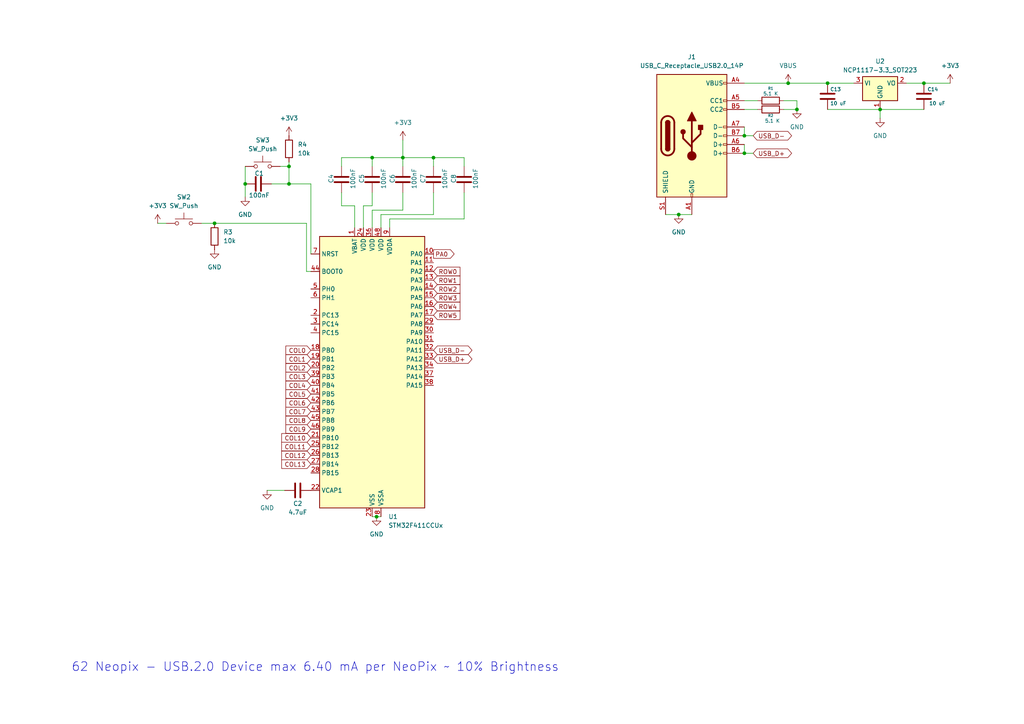
<source format=kicad_sch>
(kicad_sch (version 20250114) (generator "eeschema") (generator_version "9.0")
  (paper "A4")
  (lib_symbols
    (symbol "Connector:USB_C_Receptacle_USB2.0_14P" (pin_names (offset 1.016))
      (property "Reference" "J" (at 0 22.225 0))
      (property "Value" "USB_C_Receptacle_USB2.0_14P" (at 0 19.685 0))
      (symbol "USB_C_Receptacle_USB2.0_14P_0_0"
        (rectangle (start -0.254 -17.78) (end 0.254 -16.764))
        (rectangle (start 10.16 15.494) (end 9.144 14.986))
        (rectangle (start 10.16 10.414) (end 9.144 9.906))
        (rectangle (start 10.16 7.874) (end 9.144 7.366))
        (rectangle (start 10.16 2.794) (end 9.144 2.286))
        (rectangle (start 10.16 0.254) (end 9.144 -0.254))
        (rectangle (start 10.16 -2.286) (end 9.144 -2.794))
        (rectangle (start 10.16 -4.826) (end 9.144 -5.334))
      )
      (symbol "USB_C_Receptacle_USB2.0_14P_0_1"
        (rectangle (start -10.16 17.78) (end 10.16 -17.78) (stroke (width 0.254)) (fill (type background)))
        (polyline (pts (xy -8.89 -3.81) (xy -8.89 3.81)) (stroke (width 0.508)))
        (rectangle (start -7.62 -3.81) (end -6.35 3.81) (stroke (width 0.254)) (fill (type outline)))
        (arc (start -7.62 3.81) (mid -6.985 4.4423) (end -6.35 3.81) (stroke (width 0.254)))
        (arc (start -7.62 3.81) (mid -6.985 4.4423) (end -6.35 3.81) (stroke (width 0.254)) (fill (type outline)))
        (arc (start -8.89 3.81) (mid -6.985 5.7067) (end -5.08 3.81) (stroke (width 0.508)))
        (arc (start -5.08 -3.81) (mid -6.985 -5.7067) (end -8.89 -3.81) (stroke (width 0.508)))
        (arc (start -6.35 -3.81) (mid -6.985 -4.4423) (end -7.62 -3.81) (stroke (width 0.254)))
        (arc (start -6.35 -3.81) (mid -6.985 -4.4423) (end -7.62 -3.81) (stroke (width 0.254)) (fill (type outline)))
        (polyline (pts (xy -5.08 3.81) (xy -5.08 -3.81)) (stroke (width 0.508)))
        (circle (center -2.54 1.143) (radius 0.635) (stroke (width 0.254)) (fill (type outline)))
        (polyline (pts (xy -1.27 4.318) (xy 0 6.858) (xy 1.27 4.318) (xy -1.27 4.318)) (stroke (width 0.254)) (fill (type outline)))
        (polyline (pts (xy 0 -2.032) (xy 2.54 0.508) (xy 2.54 1.778)) (stroke (width 0.508)))
        (polyline (pts (xy 0 -3.302) (xy -2.54 -0.762) (xy -2.54 0.508)) (stroke (width 0.508)))
        (polyline (pts (xy 0 -5.842) (xy 0 4.318)) (stroke (width 0.508)))
        (circle (center 0 -5.842) (radius 1.27) (fill (type outline)))
        (rectangle (start 1.905 1.778) (end 3.175 3.048) (stroke (width 0.254)) (fill (type outline)))
      )
      (symbol "USB_C_Receptacle_USB2.0_14P_1_1"
        (pin passive line (at -7.62 -22.86 90) (length 5.08) (name "SHIELD") (number "S1"))
        (pin passive line (at 0 -22.86 90) (length 5.08) (name "GND") (number "A1"))
        (pin passive line (at 0 -22.86 90) (length 5.08) (hide yes) (name "GND") (number "A12"))
        (pin passive line (at 0 -22.86 90) (length 5.08) (hide yes) (name "GND") (number "B1"))
        (pin passive line (at 0 -22.86 90) (length 5.08) (hide yes) (name "GND") (number "B12"))
        (pin passive line (at 15.24 15.24 180) (length 5.08) (name "VBUS") (number "A4"))
        (pin passive line (at 15.24 15.24 180) (length 5.08) (hide yes) (name "VBUS") (number "A9"))
        (pin passive line (at 15.24 15.24 180) (length 5.08) (hide yes) (name "VBUS") (number "B4"))
        (pin passive line (at 15.24 15.24 180) (length 5.08) (hide yes) (name "VBUS") (number "B9"))
        (pin bidirectional line (at 15.24 10.16 180) (length 5.08) (name "CC1") (number "A5"))
        (pin bidirectional line (at 15.24 7.62 180) (length 5.08) (name "CC2") (number "B5"))
        (pin bidirectional line (at 15.24 2.54 180) (length 5.08) (name "D-") (number "A7"))
        (pin bidirectional line (at 15.24 0 180) (length 5.08) (name "D-") (number "B7"))
        (pin bidirectional line (at 15.24 -2.54 180) (length 5.08) (name "D+") (number "A6"))
        (pin bidirectional line (at 15.24 -5.08 180) (length 5.08) (name "D+") (number "B6"))
      )
    )
    (symbol "Device:C" (pin_numbers (hide yes)) (pin_names (offset 0.254))
      (property "Reference" "C" (at 0.635 2.54 0))
      (property "Value" "C" (at 0.635 -2.54 0))
      (symbol "C_0_1"
        (polyline (pts (xy -2.032 0.762) (xy 2.032 0.762)) (stroke (width 0.508)))
        (polyline (pts (xy -2.032 -0.762) (xy 2.032 -0.762)) (stroke (width 0.508)))
      )
      (symbol "C_1_1"
        (pin passive line (at 0 3.81 270) (length 2.794) (name "~") (number "1"))
        (pin passive line (at 0 -3.81 90) (length 2.794) (name "~") (number "2"))
      )
    )
    (symbol "Device:R" (pin_numbers (hide yes)) (pin_names (offset 0))
      (property "Reference" "R" (at 2.032 0 90))
      (property "Value" "R" (at 0 0 90))
      (symbol "R_0_1"
        (rectangle (start -1.016 -2.54) (end 1.016 2.54) (stroke (width 0.254)))
      )
      (symbol "R_1_1"
        (pin passive line (at 0 3.81 270) (length 1.27) (name "~") (number "1"))
        (pin passive line (at 0 -3.81 90) (length 1.27) (name "~") (number "2"))
      )
    )
    (symbol "MCU_ST_STM32F4:STM32F411CCUx"
      (property "Reference" "U" (at -15.24 41.91 0))
      (property "Value" "STM32F411CCUx" (at 7.62 41.91 0))
      (symbol "STM32F411CCUx_0_1"
        (rectangle (start -15.24 -38.1) (end 15.24 40.64) (stroke (width 0.254)) (fill (type background)))
      )
      (symbol "STM32F411CCUx_1_1"
        (pin input line (at -17.78 35.56 0) (length 2.54) (name "NRST") (number "7"))
        (pin input line (at -17.78 30.48 0) (length 2.54) (name "BOOT0") (number "44"))
        (pin bidirectional line (at -17.78 25.4 0) (length 2.54) (name "PH0") (number "5"))
        (pin bidirectional line (at -17.78 22.86 0) (length 2.54) (name "PH1") (number "6"))
        (pin bidirectional line (at -17.78 17.78 0) (length 2.54) (name "PC13") (number "2"))
        (pin bidirectional line (at -17.78 15.24 0) (length 2.54) (name "PC14") (number "3"))
        (pin bidirectional line (at -17.78 12.7 0) (length 2.54) (name "PC15") (number "4"))
        (pin bidirectional line (at -17.78 7.62 0) (length 2.54) (name "PB0") (number "18"))
        (pin bidirectional line (at -17.78 5.08 0) (length 2.54) (name "PB1") (number "19"))
        (pin bidirectional line (at -17.78 2.54 0) (length 2.54) (name "PB2") (number "20"))
        (pin bidirectional line (at -17.78 0 0) (length 2.54) (name "PB3") (number "39"))
        (pin bidirectional line (at -17.78 -2.54 0) (length 2.54) (name "PB4") (number "40"))
        (pin bidirectional line (at -17.78 -5.08 0) (length 2.54) (name "PB5") (number "41"))
        (pin bidirectional line (at -17.78 -7.62 0) (length 2.54) (name "PB6") (number "42"))
        (pin bidirectional line (at -17.78 -10.16 0) (length 2.54) (name "PB7") (number "43"))
        (pin bidirectional line (at -17.78 -12.7 0) (length 2.54) (name "PB8") (number "45"))
        (pin bidirectional line (at -17.78 -15.24 0) (length 2.54) (name "PB9") (number "46"))
        (pin bidirectional line (at -17.78 -17.78 0) (length 2.54) (name "PB10") (number "21"))
        (pin bidirectional line (at -17.78 -20.32 0) (length 2.54) (name "PB12") (number "25"))
        (pin bidirectional line (at -17.78 -22.86 0) (length 2.54) (name "PB13") (number "26"))
        (pin bidirectional line (at -17.78 -25.4 0) (length 2.54) (name "PB14") (number "27"))
        (pin bidirectional line (at -17.78 -27.94 0) (length 2.54) (name "PB15") (number "28"))
        (pin power_out line (at -17.78 -33.02 0) (length 2.54) (name "VCAP1") (number "22"))
        (pin power_in line (at -5.08 43.18 270) (length 2.54) (name "VBAT") (number "1"))
        (pin power_in line (at -2.54 43.18 270) (length 2.54) (name "VDD") (number "24"))
        (pin power_in line (at 0 43.18 270) (length 2.54) (name "VDD") (number "36"))
        (pin power_in line (at 0 -40.64 90) (length 2.54) (name "VSS") (number "23"))
        (pin passive line (at 0 -40.64 90) (length 2.54) (hide yes) (name "VSS") (number "35"))
        (pin passive line (at 0 -40.64 90) (length 2.54) (hide yes) (name "VSS") (number "47"))
        (pin passive line (at 0 -40.64 90) (length 2.54) (hide yes) (name "VSS") (number "49"))
        (pin power_in line (at 2.54 43.18 270) (length 2.54) (name "VDD") (number "48"))
        (pin power_in line (at 2.54 -40.64 90) (length 2.54) (name "VSSA") (number "8"))
        (pin power_in line (at 5.08 43.18 270) (length 2.54) (name "VDDA") (number "9"))
        (pin bidirectional line (at 17.78 35.56 180) (length 2.54) (name "PA0") (number "10"))
        (pin bidirectional line (at 17.78 33.02 180) (length 2.54) (name "PA1") (number "11"))
        (pin bidirectional line (at 17.78 30.48 180) (length 2.54) (name "PA2") (number "12"))
        (pin bidirectional line (at 17.78 27.94 180) (length 2.54) (name "PA3") (number "13"))
        (pin bidirectional line (at 17.78 25.4 180) (length 2.54) (name "PA4") (number "14"))
        (pin bidirectional line (at 17.78 22.86 180) (length 2.54) (name "PA5") (number "15"))
        (pin bidirectional line (at 17.78 20.32 180) (length 2.54) (name "PA6") (number "16"))
        (pin bidirectional line (at 17.78 17.78 180) (length 2.54) (name "PA7") (number "17"))
        (pin bidirectional line (at 17.78 15.24 180) (length 2.54) (name "PA8") (number "29"))
        (pin bidirectional line (at 17.78 12.7 180) (length 2.54) (name "PA9") (number "30"))
        (pin bidirectional line (at 17.78 10.16 180) (length 2.54) (name "PA10") (number "31"))
        (pin bidirectional line (at 17.78 7.62 180) (length 2.54) (name "PA11") (number "32"))
        (pin bidirectional line (at 17.78 5.08 180) (length 2.54) (name "PA12") (number "33"))
        (pin bidirectional line (at 17.78 2.54 180) (length 2.54) (name "PA13") (number "34"))
        (pin bidirectional line (at 17.78 0 180) (length 2.54) (name "PA14") (number "37"))
        (pin bidirectional line (at 17.78 -2.54 180) (length 2.54) (name "PA15") (number "38"))
      )
    )
    (symbol "Regulator_Linear:NCP1117-3.3_SOT223"
      (property "Reference" "U" (at -3.81 3.175 0))
      (property "Value" "NCP1117-3.3_SOT223" (at 0 3.175 0))
      (symbol "NCP1117-3.3_SOT223_0_1"
        (rectangle (start -5.08 -5.08) (end 5.08 1.905) (stroke (width 0.254)) (fill (type background)))
      )
      (symbol "NCP1117-3.3_SOT223_1_1"
        (pin power_in line (at -7.62 0 0) (length 2.54) (name "VI") (number "3"))
        (pin power_in line (at 0 -7.62 90) (length 2.54) (name "GND") (number "1"))
        (pin power_out line (at 7.62 0 180) (length 2.54) (name "VO") (number "2"))
      )
    )
    (symbol "Switch:SW_Push" (pin_numbers (hide yes)) (pin_names (offset 1.016) (hide yes))
      (property "Reference" "SW" (at 1.27 2.54 0))
      (property "Value" "SW_Push" (at 0 -1.524 0))
      (symbol "SW_Push_0_1"
        (circle (center -2.032 0) (radius 0.508))
        (polyline (pts (xy 0 1.27) (xy 0 3.048)))
        (circle (center 2.032 0) (radius 0.508))
        (polyline (pts (xy 2.54 1.27) (xy -2.54 1.27)))
        (pin passive line (at -5.08 0 0) (length 2.54) (name "1") (number "1"))
        (pin passive line (at 5.08 0 180) (length 2.54) (name "2") (number "2"))
      )
    )
    (symbol "power:+3V3" (power) (pin_numbers (hide yes)) (pin_names (offset 0) (hide yes))
      (property "Value" "+3V3" (at 0 3.556 0))
      (symbol "+3V3_0_1"
        (polyline (pts (xy -0.762 1.27) (xy 0 2.54)))
        (polyline (pts (xy 0 2.54) (xy 0.762 1.27)))
        (polyline (pts (xy 0 0) (xy 0 2.54)))
      )
      (symbol "+3V3_1_1"
        (pin power_in line (at 0 0 90) (length 0) (name "~") (number "1"))
      )
    )
    (symbol "power:GND" (power) (pin_numbers (hide yes)) (pin_names (offset 0) (hide yes))
      (property "Value" "GND" (at 0 -3.81 0))
      (symbol "GND_0_1"
        (polyline (pts (xy 0 0) (xy 0 -1.27) (xy 1.27 -1.27) (xy 0 -2.54) (xy -1.27 -1.27) (xy 0 -1.27)))
      )
      (symbol "GND_1_1"
        (pin power_in line (at 0 0 270) (length 0) (name "~") (number "1"))
      )
    )
    (symbol "power:VBUS" (power) (pin_numbers (hide yes)) (pin_names (offset 0) (hide yes))
      (property "Value" "VBUS" (at 0 3.556 0))
      (symbol "VBUS_0_1"
        (polyline (pts (xy -0.762 1.27) (xy 0 2.54)))
        (polyline (pts (xy 0 2.54) (xy 0.762 1.27)))
        (polyline (pts (xy 0 0) (xy 0 2.54)))
      )
      (symbol "VBUS_1_1"
        (pin power_in line (at 0 0 90) (length 0) (name "~") (number "1"))
      )
    )
  )
  (text "62 Neopix - USB.2.0 Device max 6.40 mA per NeoPix ~ 10% Brightness\n" (at 91.44 193.548 0) (effects (font (size 2.54 2.54))))
  (junction (at 231.14 31.75))
  (junction (at 196.85 62.23))
  (junction (at 62.23 64.77))
  (junction (at 109.22 149.86))
  (junction (at 116.84 45.72))
  (junction (at 125.73 45.72))
  (junction (at 83.82 48.26))
  (junction (at 83.82 53.34))
  (junction (at 215.9 39.37))
  (junction (at 215.9 44.45))
  (junction (at 240.03 24.13))
  (junction (at 267.97 24.13))
  (junction (at 107.95 45.72))
  (junction (at 255.27 31.75))
  (junction (at 71.12 53.34))
  (junction (at 228.6 24.13))
  (wire (pts (xy 81.28 48.26) (xy 83.82 48.26)))
  (wire (pts (xy 215.9 41.91) (xy 215.9 44.45)))
  (wire (pts (xy 215.9 31.75) (xy 219.71 31.75)))
  (wire (pts (xy 107.95 45.72) (xy 107.95 48.26)))
  (wire (pts (xy 240.03 31.75) (xy 255.27 31.75)))
  (wire (pts (xy 107.95 59.69) (xy 107.95 55.88)))
  (wire (pts (xy 107.95 66.04) (xy 107.95 60.96)))
  (wire (pts (xy 107.95 149.86) (xy 109.22 149.86)))
  (wire (pts (xy 99.06 45.72) (xy 107.95 45.72)))
  (wire (pts (xy 228.6 24.13) (xy 240.03 24.13)))
  (wire (pts (xy 255.27 34.29) (xy 255.27 31.75)))
  (wire (pts (xy 105.41 59.69) (xy 107.95 59.69)))
  (wire (pts (xy 102.87 66.04) (xy 102.87 59.69)))
  (wire (pts (xy 62.23 64.77) (xy 88.9 64.77)))
  (wire (pts (xy 134.62 63.5) (xy 134.62 55.88)))
  (wire (pts (xy 215.9 36.83) (xy 215.9 39.37)))
  (wire (pts (xy 58.42 64.77) (xy 62.23 64.77)))
  (wire (pts (xy 83.82 48.26) (xy 83.82 53.34)))
  (wire (pts (xy 110.49 66.04) (xy 110.49 62.23)))
  (wire (pts (xy 113.03 63.5) (xy 134.62 63.5)))
  (wire (pts (xy 116.84 60.96) (xy 116.84 55.88)))
  (wire (pts (xy 113.03 66.04) (xy 113.03 63.5)))
  (wire (pts (xy 196.85 62.23) (xy 200.66 62.23)))
  (wire (pts (xy 45.72 64.77) (xy 48.26 64.77)))
  (wire (pts (xy 193.04 62.23) (xy 196.85 62.23)))
  (wire (pts (xy 109.22 149.86) (xy 110.49 149.86)))
  (wire (pts (xy 83.82 53.34) (xy 90.17 53.34)))
  (wire (pts (xy 215.9 39.37) (xy 218.44 39.37)))
  (wire (pts (xy 262.89 24.13) (xy 267.97 24.13)))
  (wire (pts (xy 125.73 45.72) (xy 125.73 48.26)))
  (wire (pts (xy 125.73 62.23) (xy 125.73 55.88)))
  (wire (pts (xy 255.27 31.75) (xy 267.97 31.75)))
  (wire (pts (xy 227.33 29.21) (xy 231.14 29.21)))
  (wire (pts (xy 107.95 60.96) (xy 116.84 60.96)))
  (wire (pts (xy 116.84 45.72) (xy 125.73 45.72)))
  (wire (pts (xy 107.95 45.72) (xy 116.84 45.72)))
  (wire (pts (xy 71.12 57.15) (xy 71.12 53.34)))
  (wire (pts (xy 240.03 24.13) (xy 247.65 24.13)))
  (wire (pts (xy 99.06 48.26) (xy 99.06 45.72)))
  (wire (pts (xy 88.9 78.74) (xy 90.17 78.74)))
  (wire (pts (xy 90.17 53.34) (xy 90.17 73.66)))
  (wire (pts (xy 227.33 31.75) (xy 231.14 31.75)))
  (wire (pts (xy 77.47 142.24) (xy 82.55 142.24)))
  (wire (pts (xy 88.9 64.77) (xy 88.9 78.74)))
  (wire (pts (xy 110.49 62.23) (xy 125.73 62.23)))
  (wire (pts (xy 105.41 66.04) (xy 105.41 59.69)))
  (wire (pts (xy 215.9 29.21) (xy 219.71 29.21)))
  (wire (pts (xy 71.12 53.34) (xy 71.12 48.26)))
  (wire (pts (xy 116.84 45.72) (xy 116.84 48.26)))
  (wire (pts (xy 78.74 53.34) (xy 83.82 53.34)))
  (wire (pts (xy 102.87 59.69) (xy 99.06 59.69)))
  (wire (pts (xy 99.06 59.69) (xy 99.06 55.88)))
  (wire (pts (xy 125.73 45.72) (xy 134.62 45.72)))
  (wire (pts (xy 116.84 40.64) (xy 116.84 45.72)))
  (wire (pts (xy 83.82 46.99) (xy 83.82 48.26)))
  (wire (pts (xy 215.9 44.45) (xy 218.44 44.45)))
  (wire (pts (xy 267.97 24.13) (xy 275.59 24.13)))
  (wire (pts (xy 134.62 45.72) (xy 134.62 48.26)))
  (wire (pts (xy 215.9 24.13) (xy 228.6 24.13)))
  (wire (pts (xy 231.14 29.21) (xy 231.14 31.75)))
  (global_label "ROW4" (shape input) (at 125.73 88.9 0) (property "Intersheetrefs" "${INTERSHEET_REFS}" (effects (hide yes))))
  (global_label "USB_D+" (shape bidirectional) (at 125.73 104.14 0) (property "Intersheetrefs" "${INTERSHEET_REFS}" (effects (hide yes))))
  (global_label "COL11" (shape input) (at 90.17 129.54 180) (property "Intersheetrefs" "${INTERSHEET_REFS}" (effects (hide yes))))
  (global_label "USB_D-" (shape bidirectional) (at 125.73 101.6 0) (property "Intersheetrefs" "${INTERSHEET_REFS}" (effects (hide yes))))
  (global_label "USB_D+" (shape bidirectional) (at 218.44 44.45 0) (property "Intersheetrefs" "${INTERSHEET_REFS}" (effects (hide yes))))
  (global_label "COL2" (shape input) (at 90.17 106.68 180) (property "Intersheetrefs" "${INTERSHEET_REFS}" (effects (hide yes))))
  (global_label "PA0" (shape output) (at 125.73 73.66 0) (property "Intersheetrefs" "${INTERSHEET_REFS}" (effects (hide yes))))
  (global_label "USB_D-" (shape bidirectional) (at 218.44 39.37 0) (property "Intersheetrefs" "${INTERSHEET_REFS}" (effects (hide yes))))
  (global_label "COL9" (shape input) (at 90.17 124.46 180) (property "Intersheetrefs" "${INTERSHEET_REFS}" (effects (hide yes))))
  (global_label "COL13" (shape input) (at 90.17 134.62 180) (property "Intersheetrefs" "${INTERSHEET_REFS}" (effects (hide yes))))
  (global_label "ROW3" (shape input) (at 125.73 86.36 0) (property "Intersheetrefs" "${INTERSHEET_REFS}" (effects (hide yes))))
  (global_label "ROW5" (shape input) (at 125.73 91.44 0) (property "Intersheetrefs" "${INTERSHEET_REFS}" (effects (hide yes))))
  (global_label "ROW2" (shape input) (at 125.73 83.82 0) (property "Intersheetrefs" "${INTERSHEET_REFS}" (effects (hide yes))))
  (global_label "COL5" (shape input) (at 90.17 114.3 180) (property "Intersheetrefs" "${INTERSHEET_REFS}" (effects (hide yes))))
  (global_label "COL8" (shape input) (at 90.17 121.92 180) (property "Intersheetrefs" "${INTERSHEET_REFS}" (effects (hide yes))))
  (global_label "COL3" (shape input) (at 90.17 109.22 180) (property "Intersheetrefs" "${INTERSHEET_REFS}" (effects (hide yes))))
  (global_label "COL4" (shape input) (at 90.17 111.76 180) (property "Intersheetrefs" "${INTERSHEET_REFS}" (effects (hide yes))))
  (global_label "ROW1" (shape input) (at 125.73 81.28 0) (property "Intersheetrefs" "${INTERSHEET_REFS}" (effects (hide yes))))
  (global_label "COL10" (shape input) (at 90.17 127 180) (property "Intersheetrefs" "${INTERSHEET_REFS}" (effects (hide yes))))
  (global_label "ROW0" (shape input) (at 125.73 78.74 0) (property "Intersheetrefs" "${INTERSHEET_REFS}" (effects (hide yes))))
  (global_label "COL7" (shape input) (at 90.17 119.38 180) (property "Intersheetrefs" "${INTERSHEET_REFS}" (effects (hide yes))))
  (global_label "COL6" (shape input) (at 90.17 116.84 180) (property "Intersheetrefs" "${INTERSHEET_REFS}" (effects (hide yes))))
  (global_label "COL0" (shape input) (at 90.17 101.6 180) (property "Intersheetrefs" "${INTERSHEET_REFS}" (effects (hide yes))))
  (global_label "COL1" (shape input) (at 90.17 104.14 180) (property "Intersheetrefs" "${INTERSHEET_REFS}" (effects (hide yes))))
  (global_label "COL12" (shape input) (at 90.17 132.08 180) (property "Intersheetrefs" "${INTERSHEET_REFS}" (effects (hide yes))))
  (symbol (lib_id "power:GND") (at 231.14 31.75 0) (unit 1)
    (property "Reference" "#PWR09" (effects (hide yes)))
    (property "Value" "GND" (at 231.14 36.83 0))
    (property "Description" "Power symbol creates a global label with name \"GND\" , ground" (effects (hide yes)))
  )
  (symbol (lib_id "Device:R") (at 223.52 29.21 90) (unit 1)
    (property "Reference" "R1" (at 223.52 25.654 90) (effects (font (size 0.762 0.762))))
    (property "Value" "5.1 K" (at 223.52 27.178 90) (effects (font (size 1.016 1.016))))
    (property "Footprint" "Resistor_SMD:R_0402_1005Metric" (effects (hide yes)))
    (property "Description" "Resistor" (effects (hide yes)))
  )
  (symbol (lib_id "power:GND") (at 255.27 34.29 0) (unit 1)
    (property "Reference" "#PWR010" (effects (hide yes)))
    (property "Value" "GND" (at 255.27 39.37 0))
    (property "Description" "Power symbol creates a global label with name \"GND\" , ground" (effects (hide yes)))
  )
  (symbol (lib_id "Device:C") (at 99.06 52.07 180) (unit 1)
    (property "Reference" "C4" (at 96.012 51.816 90))
    (property "Value" "100nF" (at 102.362 51.816 90))
    (property "Footprint" "Capacitor_SMD:C_0603_1608Metric" (effects (hide yes)))
    (property "Description" "Unpolarized capacitor" (effects (hide yes)))
  )
  (symbol (lib_id "power:GND") (at 71.12 57.15 0) (unit 1)
    (property "Reference" "#PWR07" (effects (hide yes)))
    (property "Value" "GND" (at 71.12 62.23 0))
    (property "Description" "Power symbol creates a global label with name \"GND\" , ground" (effects (hide yes)))
  )
  (symbol (lib_id "Device:C") (at 125.73 52.07 180) (unit 1)
    (property "Reference" "C7" (at 122.682 51.816 90))
    (property "Value" "100nF" (at 129.032 51.816 90))
    (property "Footprint" "Capacitor_SMD:C_0603_1608Metric" (effects (hide yes)))
    (property "Description" "Unpolarized capacitor" (effects (hide yes)))
  )
  (symbol (lib_id "Device:R") (at 83.82 43.18 0) (unit 1)
    (property "Reference" "R4" (at 86.36 41.9099 0) (effects (justify left)))
    (property "Value" "10k" (at 86.36 44.4499 0) (effects (justify left)))
    (property "Footprint" "Resistor_SMD:R_0603_1608Metric" (effects (hide yes)))
    (property "Description" "Resistor" (effects (hide yes)))
  )
  (symbol (lib_id "Device:C") (at 74.93 53.34 90) (unit 1)
    (property "Reference" "C1" (at 75.184 50.292 90))
    (property "Value" "100nF" (at 75.184 56.642 90))
    (property "Footprint" "Capacitor_SMD:C_0603_1608Metric" (effects (hide yes)))
    (property "Description" "Unpolarized capacitor" (effects (hide yes)))
  )
  (symbol (lib_id "Device:R") (at 62.23 68.58 0) (unit 1)
    (property "Reference" "R3" (at 64.77 67.3099 0) (effects (justify left)))
    (property "Value" "10k" (at 64.77 69.8499 0) (effects (justify left)))
    (property "Footprint" "Resistor_SMD:R_0603_1608Metric" (effects (hide yes)))
    (property "Description" "Resistor" (effects (hide yes)))
  )
  (symbol (lib_id "Connector:USB_C_Receptacle_USB2.0_14P") (at 200.66 39.37 0) (unit 1)
    (property "Reference" "J1" (at 200.66 16.51 0))
    (property "Value" "USB_C_Receptacle_USB2.0_14P" (at 200.66 19.05 0))
    (property "Footprint" "Connector_USB:USB_C_Receptacle_HRO_TYPE-C-31-M-12" (effects (hide yes)))
    (property "Datasheet" "https://www.usb.org/sites/default/files/documents/usb_type-c.zip" (effects (hide yes)))
    (property "Description" "USB 2.0-only 14P Type-C Receptacle connector" (effects (hide yes)))
  )
  (symbol (lib_id "power:VBUS") (at 228.6 24.13 0) (unit 1)
    (property "Reference" "#PWR011" (effects (hide yes)))
    (property "Value" "VBUS" (at 228.6 19.05 0))
    (property "Description" "Power symbol creates a global label with name \"VBUS\"" (effects (hide yes)))
  )
  (symbol (lib_id "power:+3V3") (at 275.59 24.13 0) (unit 1)
    (property "Reference" "#PWR012" (effects (hide yes)))
    (property "Value" "+3V3" (at 275.59 19.05 0))
    (property "Description" "Power symbol creates a global label with name \"+3V3\"" (effects (hide yes)))
  )
  (symbol (lib_id "Regulator_Linear:NCP1117-3.3_SOT223") (at 255.27 24.13 0) (unit 1)
    (property "Reference" "U2" (at 255.27 17.78 0))
    (property "Value" "NCP1117-3.3_SOT223" (at 255.27 20.32 0))
    (property "Footprint" "Package_TO_SOT_SMD:SOT-223-3_TabPin2" (effects (hide yes)))
    (property "Datasheet" "http://www.onsemi.com/pub_link/Collateral/NCP1117-D.PDF" (effects (hide yes)))
    (property "Description" "1A Low drop-out regulator, Fixed Output 3.3V, SOT-223" (effects (hide yes)))
  )
  (symbol (lib_id "power:+3V3") (at 45.72 64.77 0) (unit 1)
    (property "Reference" "#PWR013" (effects (hide yes)))
    (property "Value" "+3V3" (at 45.72 59.69 0))
    (property "Description" "Power symbol creates a global label with name \"+3V3\"" (effects (hide yes)))
  )
  (symbol (lib_id "Switch:SW_Push") (at 76.2 48.26 0) (unit 1)
    (property "Reference" "SW3" (at 76.2 40.64 0))
    (property "Value" "SW_Push" (at 76.2 43.18 0))
    (property "Footprint" "JonasLib-Git:smd_switch_sunrom4388" (effects (hide yes)))
    (property "Description" "Push button switch, generic, two pins" (effects (hide yes)))
  )
  (symbol (lib_id "Device:R") (at 223.52 31.75 90) (unit 1)
    (property "Reference" "R2" (at 223.52 33.528 90) (effects (font (size 0.762 0.762))))
    (property "Value" "5.1 K" (at 224.028 35.052 90) (effects (font (size 1.016 1.016))))
    (property "Footprint" "Resistor_SMD:R_0402_1005Metric" (effects (hide yes)))
    (property "Description" "Resistor" (effects (hide yes)))
  )
  (symbol (lib_id "power:GND") (at 196.85 62.23 0) (unit 1)
    (property "Reference" "#PWR08" (effects (hide yes)))
    (property "Value" "GND" (at 196.85 67.31 0))
    (property "Description" "Power symbol creates a global label with name \"GND\" , ground" (effects (hide yes)))
  )
  (symbol (lib_id "Device:C") (at 134.62 52.07 180) (unit 1)
    (property "Reference" "C8" (at 131.572 51.816 90))
    (property "Value" "100nF" (at 137.922 51.816 90))
    (property "Footprint" "Capacitor_SMD:C_0603_1608Metric" (effects (hide yes)))
    (property "Description" "Unpolarized capacitor" (effects (hide yes)))
  )
  (symbol (lib_id "Switch:SW_Push") (at 53.34 64.77 0) (unit 1)
    (property "Reference" "SW2" (at 53.34 57.15 0))
    (property "Value" "SW_Push" (at 53.34 59.69 0))
    (property "Footprint" "JonasLib-Git:smd_switch_sunrom4388" (effects (hide yes)))
    (property "Description" "Push button switch, generic, two pins" (effects (hide yes)))
  )
  (symbol (lib_id "power:+3V3") (at 83.82 39.37 0) (unit 1)
    (property "Reference" "#PWR06" (effects (hide yes)))
    (property "Value" "+3V3" (at 83.82 34.29 0))
    (property "Description" "Power symbol creates a global label with name \"+3V3\"" (effects (hide yes)))
  )
  (symbol (lib_id "power:GND") (at 77.47 142.24 0) (unit 1)
    (property "Reference" "#PWR015" (effects (hide yes)))
    (property "Value" "GND" (at 77.47 147.32 0))
    (property "Description" "Power symbol creates a global label with name \"GND\" , ground" (effects (hide yes)))
  )
  (symbol (lib_id "Device:C") (at 116.84 52.07 180) (unit 1)
    (property "Reference" "C6" (at 113.792 51.816 90))
    (property "Value" "100nF" (at 120.142 51.816 90))
    (property "Footprint" "Capacitor_SMD:C_0603_1608Metric" (effects (hide yes)))
    (property "Description" "Unpolarized capacitor" (effects (hide yes)))
  )
  (symbol (lib_id "Device:C") (at 86.36 142.24 270) (unit 1)
    (property "Reference" "C2" (at 86.36 146.05 90))
    (property "Value" "4.7uF" (at 86.36 148.59 90))
    (property "Footprint" "Capacitor_SMD:C_0805_2012Metric" (effects (hide yes)))
    (property "Description" "Unpolarized capacitor" (effects (hide yes)))
  )
  (symbol (lib_id "power:GND") (at 109.22 149.86 0) (unit 1)
    (property "Reference" "#PWR02" (effects (hide yes)))
    (property "Value" "GND" (at 109.22 154.94 0))
    (property "Description" "Power symbol creates a global label with name \"GND\" , ground" (effects (hide yes)))
  )
  (symbol (lib_id "Device:C") (at 240.03 27.94 0) (unit 1)
    (property "Reference" "C13" (at 240.792 25.908 0) (effects (font (size 1.016 1.016)) (justify left)))
    (property "Value" "10 uF" (at 240.792 29.972 0) (effects (font (size 1.016 1.016)) (justify left)))
    (property "Footprint" "Capacitor_SMD:C_0805_2012Metric" (effects (hide yes)))
    (property "Description" "Unpolarized capacitor" (effects (hide yes)))
  )
  (symbol (lib_id "power:GND") (at 62.23 72.39 0) (unit 1)
    (property "Reference" "#PWR014" (effects (hide yes)))
    (property "Value" "GND" (at 62.23 77.47 0))
    (property "Description" "Power symbol creates a global label with name \"GND\" , ground" (effects (hide yes)))
  )
  (symbol (lib_id "power:+3V3") (at 116.84 40.64 0) (unit 1)
    (property "Reference" "#PWR05" (effects (hide yes)))
    (property "Value" "+3V3" (at 116.84 35.56 0))
    (property "Description" "Power symbol creates a global label with name \"+3V3\"" (effects (hide yes)))
  )
  (symbol (lib_id "MCU_ST_STM32F4:STM32F411CCUx") (at 107.95 109.22 0) (unit 1)
    (property "Reference" "U1" (at 112.6333 149.86 0) (effects (justify left)))
    (property "Value" "STM32F411CCUx" (at 112.6333 152.4 0) (effects (justify left)))
    (property "Footprint" "Package_DFN_QFN:QFN-48-1EP_7x7mm_P0.5mm_EP5.6x5.6mm" (effects (hide yes)))
    (property "Datasheet" "https://www.st.com/resource/en/datasheet/stm32f411cc.pdf" (effects (hide yes)))
    (property "Description" "STMicroelectronics Arm Cortex-M4 MCU, 256KB flash, 128KB RAM, 100 MHz, 1.7-3.6V, 36 GPIO, UFQFPN48" (effects (hide yes)))
  )
  (symbol (lib_id "Device:C") (at 267.97 27.94 0) (unit 1)
    (property "Reference" "C14" (at 268.986 25.908 0) (effects (font (size 1.016 1.016)) (justify left)))
    (property "Value" "10 uF" (at 269.494 29.972 0) (effects (font (size 1.016 1.016)) (justify left)))
    (property "Footprint" "Capacitor_SMD:C_0805_2012Metric" (effects (hide yes)))
    (property "Description" "Unpolarized capacitor" (effects (hide yes)))
  )
  (symbol (lib_id "Device:C") (at 107.95 52.07 180) (unit 1)
    (property "Reference" "C5" (at 104.902 51.816 90))
    (property "Value" "100nF" (at 111.252 51.816 90))
    (property "Footprint" "Capacitor_SMD:C_0603_1608Metric" (effects (hide yes)))
    (property "Description" "Unpolarized capacitor" (effects (hide yes)))
  )
  (sheet (at 306.07 15.24) (size 24.13 7.62) (stroke (width 0.1524))
    (property "Sheetname" "Num" (at 306.07 14.5284 0) (effects (justify left bottom)))
    (property "Sheetfile" "num.kicad_sch" (at 306.07 23.4446 0) (effects (justify left top)))
  )
  (sheet (at 306.07 0) (size 24.13 10.16) (stroke (width 0.1524))
    (property "Sheetname" "Main" (at 306.07 -0.7116 0) (effects (justify left bottom)))
    (property "Sheetfile" "main.kicad_sch" (at 306.07 10.7446 0) (effects (justify left top)))
  )
  (sheet (at 306.07 27.94) (size 24.13 7.62) (stroke (width 0.1524))
    (property "Sheetname" "LightsNeopix" (at 306.07 27.2284 0) (effects (justify left bottom)))
    (property "Sheetfile" "lights.kicad_sch" (at 306.07 36.1446 0) (effects (justify left top)))
  )
)
</source>
